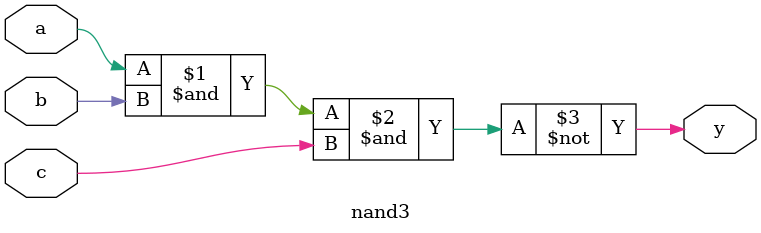
<source format=v>
/*******************************************************************
* This Program is the Confidential and Proprietary product of Altera Corp.    *
* Any unauthorized use,  reproduction or transfer of this program is strictly *
* prohibited. Copyright (c)  1994  by Altera Corp. All Rights Reserved.       *
*******************************************************************/
`celldefine

`timescale  1ns /  100ps
module nand3 (y, a, b, c);
	parameter size =1;
	input
		a,
		b,
		c;
	output
		y;
    nand  
	  (y, a, b, c);

specify

	// Synthesis parameters
	`ifdef SYNTH
  	    specparam area = 1;
     	specparam capacitance$a = 1;
     	specparam capacitance$b = 1;
     	specparam capacitance$c = 1;
	`endif

    // Path Delays
    (a => y) = (1.0,1.0);
    (b => y) = (1.0,1.0);
    (c => y) = (1.0,1.0);

endspecify

endmodule
`endcelldefine


</source>
